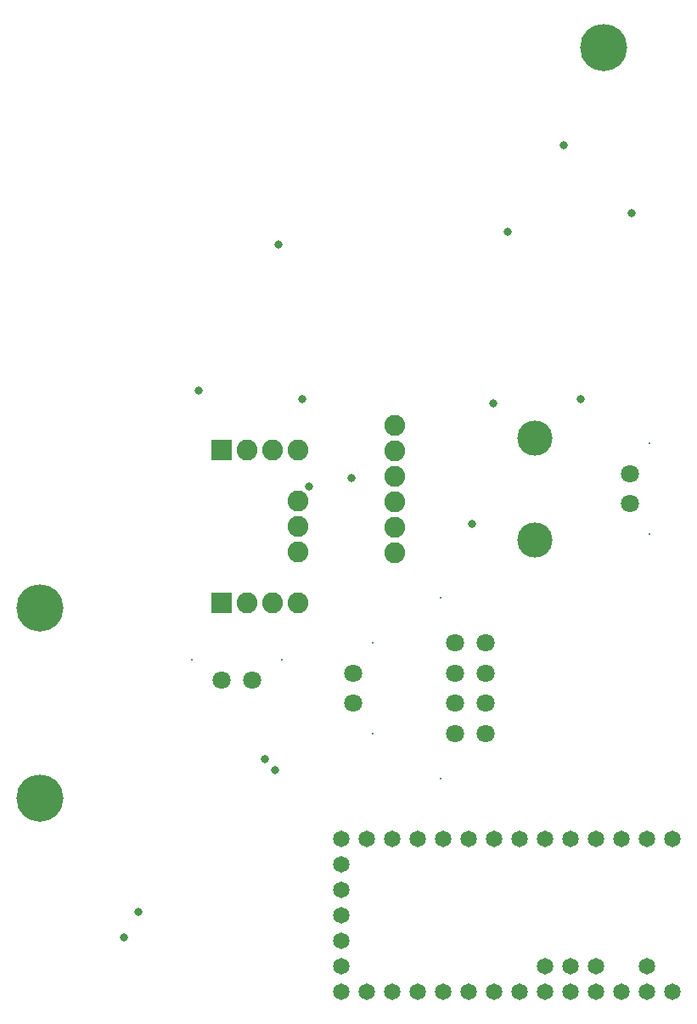
<source format=gbs>
G04 Layer_Color=16711935*
%FSLAX44Y44*%
%MOMM*%
G71*
G01*
G75*
%ADD48C,0.2000*%
%ADD49C,1.8000*%
%ADD50C,4.7000*%
%ADD51C,2.0796*%
%ADD52C,3.5020*%
%ADD53R,2.0796X2.0796*%
%ADD54C,1.6478*%
%ADD55C,0.8000*%
D48*
X-403000Y45000D02*
D03*
X-493000D02*
D03*
X-312000Y-28000D02*
D03*
Y62000D02*
D03*
X-36000Y171000D02*
D03*
Y261000D02*
D03*
X-245000Y-73000D02*
D03*
Y107000D02*
D03*
D49*
X-463000Y25000D02*
D03*
X-433000D02*
D03*
X-332000Y32000D02*
D03*
Y2000D02*
D03*
X-56000Y231000D02*
D03*
Y201000D02*
D03*
X-230000Y62000D02*
D03*
X-200000D02*
D03*
Y32000D02*
D03*
X-230000D02*
D03*
Y-28000D02*
D03*
X-200000D02*
D03*
Y2000D02*
D03*
X-230000D02*
D03*
D50*
X-82000Y656000D02*
D03*
X-644000Y-93000D02*
D03*
Y97000D02*
D03*
D51*
X-290150Y152150D02*
D03*
Y177550D02*
D03*
Y202950D02*
D03*
Y228350D02*
D03*
Y253750D02*
D03*
Y279150D02*
D03*
X-387200Y203600D02*
D03*
Y178200D02*
D03*
Y152800D02*
D03*
Y254400D02*
D03*
X-412600D02*
D03*
X-438000D02*
D03*
X-387200Y102000D02*
D03*
X-412600D02*
D03*
X-438000D02*
D03*
D52*
X-150450Y266450D02*
D03*
Y164850D02*
D03*
D53*
X-463400Y254400D02*
D03*
Y102000D02*
D03*
D54*
X-13600Y-132854D02*
D03*
X-39000D02*
D03*
X-64400D02*
D03*
X-89800D02*
D03*
X-115200D02*
D03*
X-140600D02*
D03*
X-166000D02*
D03*
X-191400D02*
D03*
X-216800D02*
D03*
X-242200D02*
D03*
X-267600D02*
D03*
X-293000D02*
D03*
X-318400D02*
D03*
X-343800D02*
D03*
Y-158254D02*
D03*
Y-183654D02*
D03*
Y-209054D02*
D03*
Y-234454D02*
D03*
Y-259854D02*
D03*
Y-285254D02*
D03*
X-318400D02*
D03*
X-293000D02*
D03*
X-267600D02*
D03*
X-242200D02*
D03*
X-216800D02*
D03*
X-191400D02*
D03*
X-166000D02*
D03*
X-140600D02*
D03*
X-115200D02*
D03*
X-89800D02*
D03*
X-64400D02*
D03*
X-39000D02*
D03*
X-13600D02*
D03*
X-39000Y-259854D02*
D03*
X-89800D02*
D03*
X-115200D02*
D03*
X-140600D02*
D03*
D55*
X-406000Y459000D02*
D03*
X-105148Y305318D02*
D03*
X-333494Y226324D02*
D03*
X-485817Y313523D02*
D03*
X-546092Y-205984D02*
D03*
X-376142Y217942D02*
D03*
X-192497Y301227D02*
D03*
X-382262Y305572D02*
D03*
X-420108Y-53838D02*
D03*
X-409440Y-64760D02*
D03*
X-560316Y-231638D02*
D03*
X-53840Y490992D02*
D03*
X-121658Y558810D02*
D03*
X-213352Y181112D02*
D03*
X-177538Y472196D02*
D03*
M02*

</source>
